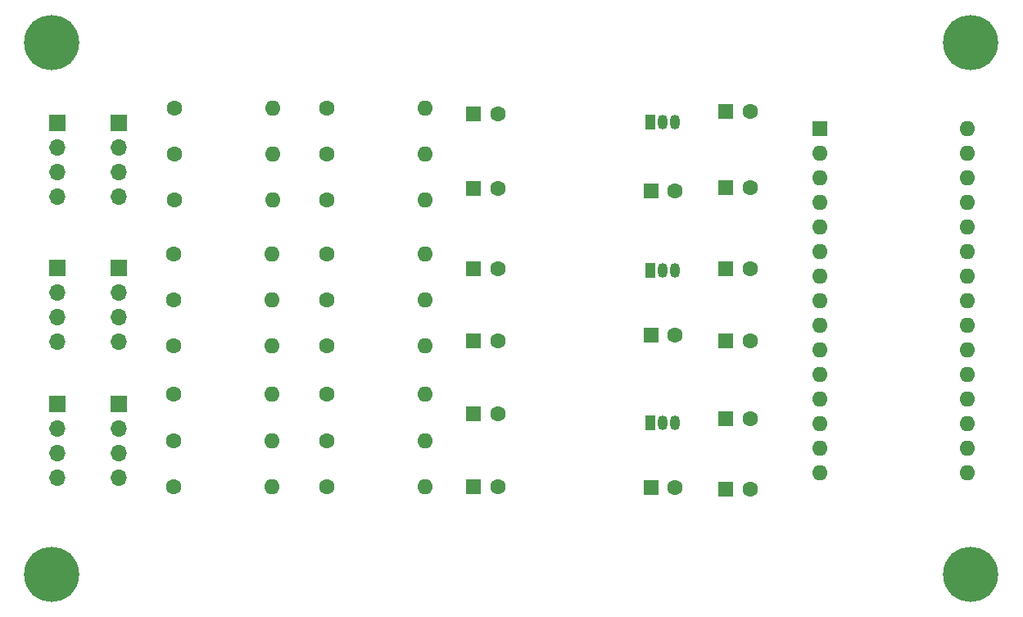
<source format=gbs>
%TF.GenerationSoftware,KiCad,Pcbnew,6.0.1-79c1e3a40b~116~ubuntu21.04.1*%
%TF.CreationDate,2022-04-23T17:06:41-04:00*%
%TF.ProjectId,wing_tester,77696e67-5f74-4657-9374-65722e6b6963,rev?*%
%TF.SameCoordinates,Original*%
%TF.FileFunction,Soldermask,Bot*%
%TF.FilePolarity,Negative*%
%FSLAX46Y46*%
G04 Gerber Fmt 4.6, Leading zero omitted, Abs format (unit mm)*
G04 Created by KiCad (PCBNEW 6.0.1-79c1e3a40b~116~ubuntu21.04.1) date 2022-04-23 17:06:41*
%MOMM*%
%LPD*%
G01*
G04 APERTURE LIST*
%ADD10C,1.600000*%
%ADD11R,1.600000X1.600000*%
%ADD12O,1.600000X1.600000*%
%ADD13R,1.700000X1.700000*%
%ADD14O,1.700000X1.700000*%
%ADD15R,1.050000X1.500000*%
%ADD16O,1.050000X1.500000*%
%ADD17C,5.700000*%
G04 APERTURE END LIST*
D10*
X174169888Y-95375000D03*
D11*
X171669888Y-95375000D03*
D10*
X166419888Y-102205000D03*
D11*
X163919888Y-102205000D03*
D10*
X130445000Y-113125000D03*
D12*
X140605000Y-113125000D03*
D13*
X102575000Y-95325000D03*
D14*
X102575000Y-97865000D03*
X102575000Y-100405000D03*
X102575000Y-102945000D03*
D10*
X114545000Y-103375000D03*
D12*
X124705000Y-103375000D03*
D10*
X174169888Y-118125000D03*
D11*
X171669888Y-118125000D03*
D15*
X163855000Y-111315000D03*
D16*
X165125000Y-111315000D03*
X166395000Y-111315000D03*
D10*
X130445000Y-117875000D03*
D12*
X140605000Y-117875000D03*
D10*
X114695000Y-83545000D03*
D12*
X124855000Y-83545000D03*
D13*
X108875000Y-95325000D03*
D14*
X108875000Y-97865000D03*
X108875000Y-100405000D03*
X108875000Y-102945000D03*
D11*
X145569888Y-87125000D03*
D10*
X148069888Y-87125000D03*
D11*
X171669888Y-102875000D03*
D10*
X174169888Y-102875000D03*
X130445000Y-93875000D03*
D12*
X140605000Y-93875000D03*
D13*
X108875000Y-109325000D03*
D14*
X108875000Y-111865000D03*
X108875000Y-114405000D03*
X108875000Y-116945000D03*
D11*
X145569888Y-102875000D03*
D10*
X148069888Y-102875000D03*
X130445000Y-103375000D03*
D12*
X140605000Y-103375000D03*
D17*
X197000000Y-127000000D03*
D10*
X130445000Y-108375000D03*
D12*
X140605000Y-108375000D03*
D17*
X102000000Y-72000000D03*
D10*
X130445000Y-78795000D03*
D12*
X140605000Y-78795000D03*
D10*
X114545000Y-93875000D03*
D12*
X124705000Y-93875000D03*
D10*
X114545000Y-113125000D03*
D12*
X124705000Y-113125000D03*
D10*
X174169888Y-79125000D03*
D11*
X171669888Y-79125000D03*
D15*
X163855000Y-80235000D03*
D16*
X165125000Y-80235000D03*
X166395000Y-80235000D03*
D10*
X174169888Y-110875000D03*
D11*
X171669888Y-110875000D03*
D10*
X166419888Y-117955000D03*
D11*
X163919888Y-117955000D03*
D10*
X166419888Y-87375000D03*
D11*
X163919888Y-87375000D03*
D13*
X108875000Y-80325000D03*
D14*
X108875000Y-82865000D03*
X108875000Y-85405000D03*
X108875000Y-87945000D03*
D17*
X102000000Y-127000000D03*
D11*
X145569888Y-79375000D03*
D10*
X148069888Y-79375000D03*
D11*
X145569888Y-110375000D03*
D10*
X148069888Y-110375000D03*
D11*
X171669888Y-87045000D03*
D10*
X174169888Y-87045000D03*
D17*
X197000000Y-72000000D03*
D15*
X163855000Y-95565000D03*
D16*
X165125000Y-95565000D03*
X166395000Y-95565000D03*
D13*
X102575000Y-80325000D03*
D14*
X102575000Y-82865000D03*
X102575000Y-85405000D03*
X102575000Y-87945000D03*
D11*
X181390000Y-80875000D03*
D12*
X181390000Y-83415000D03*
X181390000Y-85955000D03*
X181390000Y-88495000D03*
X181390000Y-91035000D03*
X181390000Y-93575000D03*
X181390000Y-96115000D03*
X181390000Y-98655000D03*
X181390000Y-101195000D03*
X181390000Y-103735000D03*
X181390000Y-106275000D03*
X181390000Y-108815000D03*
X181390000Y-111355000D03*
X181390000Y-113895000D03*
X181390000Y-116435000D03*
X196630000Y-116435000D03*
X196630000Y-113895000D03*
X196630000Y-111355000D03*
X196630000Y-108815000D03*
X196630000Y-106275000D03*
X196630000Y-103735000D03*
X196630000Y-101195000D03*
X196630000Y-98655000D03*
X196630000Y-96115000D03*
X196630000Y-93575000D03*
X196630000Y-91035000D03*
X196630000Y-88495000D03*
X196630000Y-85955000D03*
X196630000Y-83415000D03*
X196630000Y-80875000D03*
D10*
X130445000Y-83545000D03*
D12*
X140605000Y-83545000D03*
D10*
X114695000Y-78795000D03*
D12*
X124855000Y-78795000D03*
D11*
X145569888Y-95375000D03*
D10*
X148069888Y-95375000D03*
X114545000Y-108375000D03*
D12*
X124705000Y-108375000D03*
D10*
X130445000Y-98625000D03*
D12*
X140605000Y-98625000D03*
D11*
X145569888Y-117875000D03*
D10*
X148069888Y-117875000D03*
X130445000Y-88295000D03*
D12*
X140605000Y-88295000D03*
D10*
X114695000Y-88295000D03*
D12*
X124855000Y-88295000D03*
D10*
X114545000Y-98625000D03*
D12*
X124705000Y-98625000D03*
D13*
X102575000Y-109325000D03*
D14*
X102575000Y-111865000D03*
X102575000Y-114405000D03*
X102575000Y-116945000D03*
D10*
X114545000Y-117875000D03*
D12*
X124705000Y-117875000D03*
M02*

</source>
